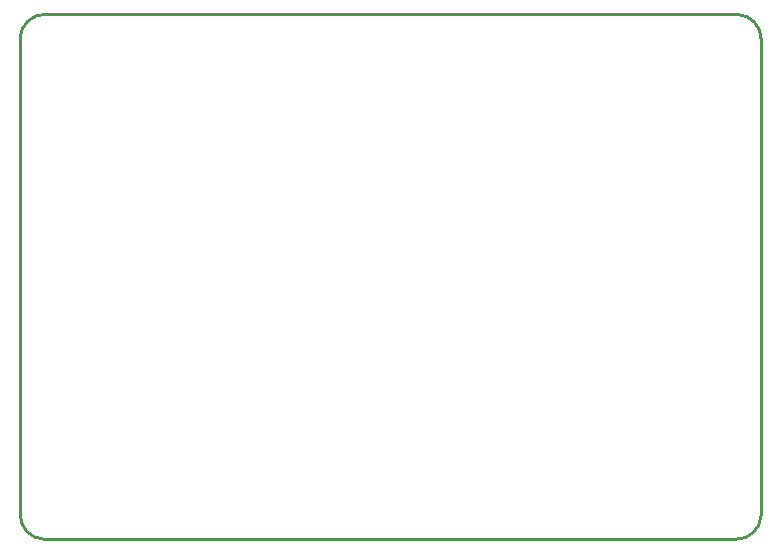
<source format=gbr>
%TF.GenerationSoftware,Altium Limited,Altium Designer,21.9.2 (33)*%
G04 Layer_Color=16711935*
%FSLAX45Y45*%
%MOMM*%
%TF.SameCoordinates,8C9FB855-A7A5-4AEE-82B0-D85B10D48A85*%
%TF.FilePolarity,Positive*%
%TF.FileFunction,Other,Mechanical_1*%
%TF.Part,Single*%
G01*
G75*
%TA.AperFunction,NonConductor*%
%ADD52C,0.25400*%
D52*
X11493500Y6489700D02*
G03*
X11696700Y6273800I209550J-6350D01*
G01*
X17551401Y6273800D02*
G03*
X17767300Y6477000I6350J209550D01*
G01*
X17767300Y10502900D02*
G03*
X17564101Y10718800I-209550J6350D01*
G01*
X11709400Y10718800D02*
G03*
X11493500Y10515600I-6350J-209550D01*
G01*
X11696706Y6273800D02*
X17551401D01*
X13071475Y10718800D02*
X16214725D01*
X11709403D02*
X13071475D01*
X11493499Y10515600D02*
X11493500Y6489700D01*
X16214725Y10718800D02*
X17564101D01*
X17767300Y6477000D02*
X17767300Y10515600D01*
%TF.MD5,fb3ea00ab76c9dbe1b87ecb20598710f*%
M02*

</source>
